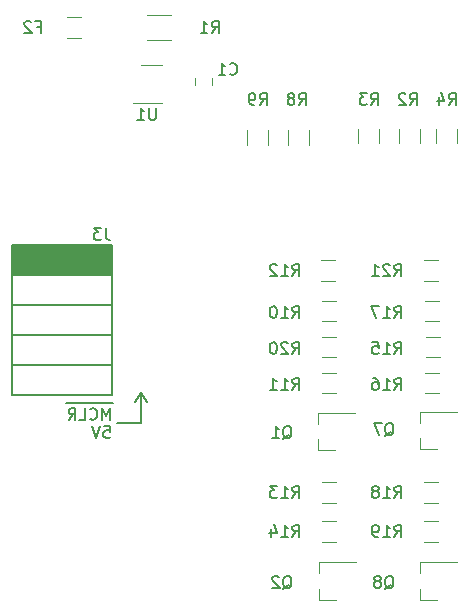
<source format=gbo>
G04 #@! TF.GenerationSoftware,KiCad,Pcbnew,(5.0.0-3-g5ebb6b6)*
G04 #@! TF.CreationDate,2019-01-13T18:40:12-08:00*
G04 #@! TF.ProjectId,vent,76656E742E6B696361645F7063620000,rev?*
G04 #@! TF.SameCoordinates,Original*
G04 #@! TF.FileFunction,Legend,Bot*
G04 #@! TF.FilePolarity,Positive*
%FSLAX46Y46*%
G04 Gerber Fmt 4.6, Leading zero omitted, Abs format (unit mm)*
G04 Created by KiCad (PCBNEW (5.0.0-3-g5ebb6b6)) date Sunday, January 13, 2019 at 06:40:12 PM*
%MOMM*%
%LPD*%
G01*
G04 APERTURE LIST*
%ADD10C,0.200000*%
%ADD11C,0.120000*%
%ADD12C,0.150000*%
G04 APERTURE END LIST*
D10*
X139446000Y-99314000D02*
X138938000Y-100076000D01*
X139954000Y-100076000D02*
X139446000Y-99314000D01*
X137414000Y-101854000D02*
X137668000Y-101854000D01*
X139446000Y-101854000D02*
X137414000Y-101854000D01*
X139446000Y-99314000D02*
X139446000Y-101854000D01*
X136334476Y-102068380D02*
X136810666Y-102068380D01*
X136858285Y-102544571D01*
X136810666Y-102496952D01*
X136715428Y-102449333D01*
X136477333Y-102449333D01*
X136382095Y-102496952D01*
X136334476Y-102544571D01*
X136286857Y-102639809D01*
X136286857Y-102877904D01*
X136334476Y-102973142D01*
X136382095Y-103020761D01*
X136477333Y-103068380D01*
X136715428Y-103068380D01*
X136810666Y-103020761D01*
X136858285Y-102973142D01*
X136001142Y-102068380D02*
X135667809Y-103068380D01*
X135334476Y-102068380D01*
X137104190Y-100112000D02*
X135961333Y-100112000D01*
X136866095Y-101544380D02*
X136866095Y-100544380D01*
X136532761Y-101258666D01*
X136199428Y-100544380D01*
X136199428Y-101544380D01*
X135961333Y-100112000D02*
X134961333Y-100112000D01*
X135151809Y-101449142D02*
X135199428Y-101496761D01*
X135342285Y-101544380D01*
X135437523Y-101544380D01*
X135580380Y-101496761D01*
X135675619Y-101401523D01*
X135723238Y-101306285D01*
X135770857Y-101115809D01*
X135770857Y-100972952D01*
X135723238Y-100782476D01*
X135675619Y-100687238D01*
X135580380Y-100592000D01*
X135437523Y-100544380D01*
X135342285Y-100544380D01*
X135199428Y-100592000D01*
X135151809Y-100639619D01*
X134961333Y-100112000D02*
X134151809Y-100112000D01*
X134247047Y-101544380D02*
X134723238Y-101544380D01*
X134723238Y-100544380D01*
X134151809Y-100112000D02*
X133151809Y-100112000D01*
X133342285Y-101544380D02*
X133675619Y-101068190D01*
X133913714Y-101544380D02*
X133913714Y-100544380D01*
X133532761Y-100544380D01*
X133437523Y-100592000D01*
X133389904Y-100639619D01*
X133342285Y-100734857D01*
X133342285Y-100877714D01*
X133389904Y-100972952D01*
X133437523Y-101020571D01*
X133532761Y-101068190D01*
X133913714Y-101068190D01*
D11*
G04 #@! TO.C,R14*
X154801000Y-111878000D02*
X156001000Y-111878000D01*
X156001000Y-110118000D02*
X154801000Y-110118000D01*
G04 #@! TO.C,R8*
X151901000Y-77044000D02*
X151901000Y-78244000D01*
X153661000Y-78244000D02*
X153661000Y-77044000D01*
D12*
G04 #@! TO.C,J3*
X137046000Y-86741000D02*
X137046000Y-99441000D01*
X128546000Y-86741000D02*
X128546000Y-99441000D01*
X137046000Y-86741000D02*
X128546000Y-86741000D01*
X137046000Y-99441000D02*
X128546000Y-99441000D01*
X137046000Y-96901000D02*
X128546000Y-96901000D01*
X137046000Y-91821000D02*
X128546000Y-91821000D01*
X137046000Y-94361000D02*
X128546000Y-94361000D01*
X137046000Y-89281000D02*
X128546000Y-89281000D01*
G36*
X128600200Y-86791800D02*
X128600200Y-89230200D01*
X136982200Y-89230200D01*
X136982200Y-86791800D01*
X128600200Y-86791800D01*
G37*
X128600200Y-86791800D02*
X128600200Y-89230200D01*
X136982200Y-89230200D01*
X136982200Y-86791800D01*
X128600200Y-86791800D01*
D11*
G04 #@! TO.C,C1*
X144070000Y-72645748D02*
X144070000Y-73168252D01*
X145490000Y-72645748D02*
X145490000Y-73168252D01*
G04 #@! TO.C,F2*
X134423564Y-67416000D02*
X133219436Y-67416000D01*
X134423564Y-69236000D02*
X133219436Y-69236000D01*
G04 #@! TO.C,U1*
X139435000Y-71542000D02*
X141235000Y-71542000D01*
X141235000Y-74762000D02*
X138785000Y-74762000D01*
G04 #@! TO.C,Q1*
X154458000Y-104130000D02*
X155918000Y-104130000D01*
X154458000Y-100970000D02*
X157618000Y-100970000D01*
X154458000Y-100970000D02*
X154458000Y-101900000D01*
X154458000Y-104130000D02*
X154458000Y-103200000D01*
G04 #@! TO.C,Q2*
X154537000Y-116769000D02*
X154537000Y-115839000D01*
X154537000Y-113609000D02*
X154537000Y-114539000D01*
X154537000Y-113609000D02*
X157697000Y-113609000D01*
X154537000Y-116769000D02*
X155997000Y-116769000D01*
G04 #@! TO.C,Q7*
X163094000Y-104003000D02*
X163094000Y-103073000D01*
X163094000Y-100843000D02*
X163094000Y-101773000D01*
X163094000Y-100843000D02*
X166254000Y-100843000D01*
X163094000Y-104003000D02*
X164554000Y-104003000D01*
G04 #@! TO.C,Q8*
X163070000Y-116769000D02*
X164530000Y-116769000D01*
X163070000Y-113609000D02*
X166230000Y-113609000D01*
X163070000Y-113609000D02*
X163070000Y-114539000D01*
X163070000Y-116769000D02*
X163070000Y-115839000D01*
G04 #@! TO.C,R21*
X164637000Y-88020000D02*
X163437000Y-88020000D01*
X163437000Y-89780000D02*
X164637000Y-89780000D01*
G04 #@! TO.C,R3*
X157870000Y-76917000D02*
X157870000Y-78117000D01*
X159630000Y-78117000D02*
X159630000Y-76917000D01*
G04 #@! TO.C,R4*
X164474000Y-76917000D02*
X164474000Y-78117000D01*
X166234000Y-78117000D02*
X166234000Y-76917000D01*
G04 #@! TO.C,R9*
X148472000Y-77044000D02*
X148472000Y-78244000D01*
X150232000Y-78244000D02*
X150232000Y-77044000D01*
G04 #@! TO.C,R10*
X155968000Y-91449000D02*
X154768000Y-91449000D01*
X154768000Y-93209000D02*
X155968000Y-93209000D01*
G04 #@! TO.C,R11*
X156001000Y-97545000D02*
X154801000Y-97545000D01*
X154801000Y-99305000D02*
X156001000Y-99305000D01*
G04 #@! TO.C,R12*
X155874000Y-88020000D02*
X154674000Y-88020000D01*
X154674000Y-89780000D02*
X155874000Y-89780000D01*
G04 #@! TO.C,R13*
X156001000Y-106816000D02*
X154801000Y-106816000D01*
X154801000Y-108576000D02*
X156001000Y-108576000D01*
G04 #@! TO.C,R15*
X163564000Y-96257000D02*
X164764000Y-96257000D01*
X164764000Y-94497000D02*
X163564000Y-94497000D01*
G04 #@! TO.C,R16*
X163531000Y-99305000D02*
X164731000Y-99305000D01*
X164731000Y-97545000D02*
X163531000Y-97545000D01*
G04 #@! TO.C,R17*
X164731000Y-91449000D02*
X163531000Y-91449000D01*
X163531000Y-93209000D02*
X164731000Y-93209000D01*
G04 #@! TO.C,R18*
X163404000Y-108576000D02*
X164604000Y-108576000D01*
X164604000Y-106816000D02*
X163404000Y-106816000D01*
G04 #@! TO.C,R19*
X164604000Y-110118000D02*
X163404000Y-110118000D01*
X163404000Y-111878000D02*
X164604000Y-111878000D01*
G04 #@! TO.C,R2*
X161299000Y-76950000D02*
X161299000Y-78150000D01*
X163059000Y-78150000D02*
X163059000Y-76950000D01*
G04 #@! TO.C,R20*
X154768000Y-96257000D02*
X155968000Y-96257000D01*
X155968000Y-94497000D02*
X154768000Y-94497000D01*
G04 #@! TO.C,R1*
X142002000Y-67256000D02*
X140002000Y-67256000D01*
X140002000Y-69396000D02*
X142002000Y-69396000D01*
G04 #@! TO.C,R14*
D12*
X152280857Y-111450380D02*
X152614190Y-110974190D01*
X152852285Y-111450380D02*
X152852285Y-110450380D01*
X152471333Y-110450380D01*
X152376095Y-110498000D01*
X152328476Y-110545619D01*
X152280857Y-110640857D01*
X152280857Y-110783714D01*
X152328476Y-110878952D01*
X152376095Y-110926571D01*
X152471333Y-110974190D01*
X152852285Y-110974190D01*
X151328476Y-111450380D02*
X151899904Y-111450380D01*
X151614190Y-111450380D02*
X151614190Y-110450380D01*
X151709428Y-110593238D01*
X151804666Y-110688476D01*
X151899904Y-110736095D01*
X150471333Y-110783714D02*
X150471333Y-111450380D01*
X150709428Y-110402761D02*
X150947523Y-111117047D01*
X150328476Y-111117047D01*
G04 #@! TO.C,R8*
X152820666Y-74874380D02*
X153154000Y-74398190D01*
X153392095Y-74874380D02*
X153392095Y-73874380D01*
X153011142Y-73874380D01*
X152915904Y-73922000D01*
X152868285Y-73969619D01*
X152820666Y-74064857D01*
X152820666Y-74207714D01*
X152868285Y-74302952D01*
X152915904Y-74350571D01*
X153011142Y-74398190D01*
X153392095Y-74398190D01*
X152249238Y-74302952D02*
X152344476Y-74255333D01*
X152392095Y-74207714D01*
X152439714Y-74112476D01*
X152439714Y-74064857D01*
X152392095Y-73969619D01*
X152344476Y-73922000D01*
X152249238Y-73874380D01*
X152058761Y-73874380D01*
X151963523Y-73922000D01*
X151915904Y-73969619D01*
X151868285Y-74064857D01*
X151868285Y-74112476D01*
X151915904Y-74207714D01*
X151963523Y-74255333D01*
X152058761Y-74302952D01*
X152249238Y-74302952D01*
X152344476Y-74350571D01*
X152392095Y-74398190D01*
X152439714Y-74493428D01*
X152439714Y-74683904D01*
X152392095Y-74779142D01*
X152344476Y-74826761D01*
X152249238Y-74874380D01*
X152058761Y-74874380D01*
X151963523Y-74826761D01*
X151915904Y-74779142D01*
X151868285Y-74683904D01*
X151868285Y-74493428D01*
X151915904Y-74398190D01*
X151963523Y-74350571D01*
X152058761Y-74302952D01*
G04 #@! TO.C,J3*
X136477333Y-85304380D02*
X136477333Y-86018666D01*
X136524952Y-86161523D01*
X136620190Y-86256761D01*
X136763047Y-86304380D01*
X136858285Y-86304380D01*
X136096380Y-85304380D02*
X135477333Y-85304380D01*
X135810666Y-85685333D01*
X135667809Y-85685333D01*
X135572571Y-85732952D01*
X135524952Y-85780571D01*
X135477333Y-85875809D01*
X135477333Y-86113904D01*
X135524952Y-86209142D01*
X135572571Y-86256761D01*
X135667809Y-86304380D01*
X135953523Y-86304380D01*
X136048761Y-86256761D01*
X136096380Y-86209142D01*
G04 #@! TO.C,C1*
X146978666Y-72239142D02*
X147026285Y-72286761D01*
X147169142Y-72334380D01*
X147264380Y-72334380D01*
X147407238Y-72286761D01*
X147502476Y-72191523D01*
X147550095Y-72096285D01*
X147597714Y-71905809D01*
X147597714Y-71762952D01*
X147550095Y-71572476D01*
X147502476Y-71477238D01*
X147407238Y-71382000D01*
X147264380Y-71334380D01*
X147169142Y-71334380D01*
X147026285Y-71382000D01*
X146978666Y-71429619D01*
X146026285Y-72334380D02*
X146597714Y-72334380D01*
X146312000Y-72334380D02*
X146312000Y-71334380D01*
X146407238Y-71477238D01*
X146502476Y-71572476D01*
X146597714Y-71620095D01*
G04 #@! TO.C,F2*
X130635333Y-68254571D02*
X130968666Y-68254571D01*
X130968666Y-68778380D02*
X130968666Y-67778380D01*
X130492476Y-67778380D01*
X130159142Y-67873619D02*
X130111523Y-67826000D01*
X130016285Y-67778380D01*
X129778190Y-67778380D01*
X129682952Y-67826000D01*
X129635333Y-67873619D01*
X129587714Y-67968857D01*
X129587714Y-68064095D01*
X129635333Y-68206952D01*
X130206761Y-68778380D01*
X129587714Y-68778380D01*
G04 #@! TO.C,U1*
X140715904Y-75144380D02*
X140715904Y-75953904D01*
X140668285Y-76049142D01*
X140620666Y-76096761D01*
X140525428Y-76144380D01*
X140334952Y-76144380D01*
X140239714Y-76096761D01*
X140192095Y-76049142D01*
X140144476Y-75953904D01*
X140144476Y-75144380D01*
X139144476Y-76144380D02*
X139715904Y-76144380D01*
X139430190Y-76144380D02*
X139430190Y-75144380D01*
X139525428Y-75287238D01*
X139620666Y-75382476D01*
X139715904Y-75430095D01*
G04 #@! TO.C,Q1*
X151479238Y-103163619D02*
X151574476Y-103116000D01*
X151669714Y-103020761D01*
X151812571Y-102877904D01*
X151907809Y-102830285D01*
X152003047Y-102830285D01*
X151955428Y-103068380D02*
X152050666Y-103020761D01*
X152145904Y-102925523D01*
X152193523Y-102735047D01*
X152193523Y-102401714D01*
X152145904Y-102211238D01*
X152050666Y-102116000D01*
X151955428Y-102068380D01*
X151764952Y-102068380D01*
X151669714Y-102116000D01*
X151574476Y-102211238D01*
X151526857Y-102401714D01*
X151526857Y-102735047D01*
X151574476Y-102925523D01*
X151669714Y-103020761D01*
X151764952Y-103068380D01*
X151955428Y-103068380D01*
X150574476Y-103068380D02*
X151145904Y-103068380D01*
X150860190Y-103068380D02*
X150860190Y-102068380D01*
X150955428Y-102211238D01*
X151050666Y-102306476D01*
X151145904Y-102354095D01*
G04 #@! TO.C,Q2*
X151479238Y-115863619D02*
X151574476Y-115816000D01*
X151669714Y-115720761D01*
X151812571Y-115577904D01*
X151907809Y-115530285D01*
X152003047Y-115530285D01*
X151955428Y-115768380D02*
X152050666Y-115720761D01*
X152145904Y-115625523D01*
X152193523Y-115435047D01*
X152193523Y-115101714D01*
X152145904Y-114911238D01*
X152050666Y-114816000D01*
X151955428Y-114768380D01*
X151764952Y-114768380D01*
X151669714Y-114816000D01*
X151574476Y-114911238D01*
X151526857Y-115101714D01*
X151526857Y-115435047D01*
X151574476Y-115625523D01*
X151669714Y-115720761D01*
X151764952Y-115768380D01*
X151955428Y-115768380D01*
X151145904Y-114863619D02*
X151098285Y-114816000D01*
X151003047Y-114768380D01*
X150764952Y-114768380D01*
X150669714Y-114816000D01*
X150622095Y-114863619D01*
X150574476Y-114958857D01*
X150574476Y-115054095D01*
X150622095Y-115196952D01*
X151193523Y-115768380D01*
X150574476Y-115768380D01*
G04 #@! TO.C,Q7*
X160115238Y-102909619D02*
X160210476Y-102862000D01*
X160305714Y-102766761D01*
X160448571Y-102623904D01*
X160543809Y-102576285D01*
X160639047Y-102576285D01*
X160591428Y-102814380D02*
X160686666Y-102766761D01*
X160781904Y-102671523D01*
X160829523Y-102481047D01*
X160829523Y-102147714D01*
X160781904Y-101957238D01*
X160686666Y-101862000D01*
X160591428Y-101814380D01*
X160400952Y-101814380D01*
X160305714Y-101862000D01*
X160210476Y-101957238D01*
X160162857Y-102147714D01*
X160162857Y-102481047D01*
X160210476Y-102671523D01*
X160305714Y-102766761D01*
X160400952Y-102814380D01*
X160591428Y-102814380D01*
X159829523Y-101814380D02*
X159162857Y-101814380D01*
X159591428Y-102814380D01*
G04 #@! TO.C,Q8*
X160115238Y-115863619D02*
X160210476Y-115816000D01*
X160305714Y-115720761D01*
X160448571Y-115577904D01*
X160543809Y-115530285D01*
X160639047Y-115530285D01*
X160591428Y-115768380D02*
X160686666Y-115720761D01*
X160781904Y-115625523D01*
X160829523Y-115435047D01*
X160829523Y-115101714D01*
X160781904Y-114911238D01*
X160686666Y-114816000D01*
X160591428Y-114768380D01*
X160400952Y-114768380D01*
X160305714Y-114816000D01*
X160210476Y-114911238D01*
X160162857Y-115101714D01*
X160162857Y-115435047D01*
X160210476Y-115625523D01*
X160305714Y-115720761D01*
X160400952Y-115768380D01*
X160591428Y-115768380D01*
X159591428Y-115196952D02*
X159686666Y-115149333D01*
X159734285Y-115101714D01*
X159781904Y-115006476D01*
X159781904Y-114958857D01*
X159734285Y-114863619D01*
X159686666Y-114816000D01*
X159591428Y-114768380D01*
X159400952Y-114768380D01*
X159305714Y-114816000D01*
X159258095Y-114863619D01*
X159210476Y-114958857D01*
X159210476Y-115006476D01*
X159258095Y-115101714D01*
X159305714Y-115149333D01*
X159400952Y-115196952D01*
X159591428Y-115196952D01*
X159686666Y-115244571D01*
X159734285Y-115292190D01*
X159781904Y-115387428D01*
X159781904Y-115577904D01*
X159734285Y-115673142D01*
X159686666Y-115720761D01*
X159591428Y-115768380D01*
X159400952Y-115768380D01*
X159305714Y-115720761D01*
X159258095Y-115673142D01*
X159210476Y-115577904D01*
X159210476Y-115387428D01*
X159258095Y-115292190D01*
X159305714Y-115244571D01*
X159400952Y-115196952D01*
G04 #@! TO.C,R21*
X160916857Y-89352380D02*
X161250190Y-88876190D01*
X161488285Y-89352380D02*
X161488285Y-88352380D01*
X161107333Y-88352380D01*
X161012095Y-88400000D01*
X160964476Y-88447619D01*
X160916857Y-88542857D01*
X160916857Y-88685714D01*
X160964476Y-88780952D01*
X161012095Y-88828571D01*
X161107333Y-88876190D01*
X161488285Y-88876190D01*
X160535904Y-88447619D02*
X160488285Y-88400000D01*
X160393047Y-88352380D01*
X160154952Y-88352380D01*
X160059714Y-88400000D01*
X160012095Y-88447619D01*
X159964476Y-88542857D01*
X159964476Y-88638095D01*
X160012095Y-88780952D01*
X160583523Y-89352380D01*
X159964476Y-89352380D01*
X159012095Y-89352380D02*
X159583523Y-89352380D01*
X159297809Y-89352380D02*
X159297809Y-88352380D01*
X159393047Y-88495238D01*
X159488285Y-88590476D01*
X159583523Y-88638095D01*
G04 #@! TO.C,R3*
X158916666Y-74874380D02*
X159250000Y-74398190D01*
X159488095Y-74874380D02*
X159488095Y-73874380D01*
X159107142Y-73874380D01*
X159011904Y-73922000D01*
X158964285Y-73969619D01*
X158916666Y-74064857D01*
X158916666Y-74207714D01*
X158964285Y-74302952D01*
X159011904Y-74350571D01*
X159107142Y-74398190D01*
X159488095Y-74398190D01*
X158583333Y-73874380D02*
X157964285Y-73874380D01*
X158297619Y-74255333D01*
X158154761Y-74255333D01*
X158059523Y-74302952D01*
X158011904Y-74350571D01*
X157964285Y-74445809D01*
X157964285Y-74683904D01*
X158011904Y-74779142D01*
X158059523Y-74826761D01*
X158154761Y-74874380D01*
X158440476Y-74874380D01*
X158535714Y-74826761D01*
X158583333Y-74779142D01*
G04 #@! TO.C,R4*
X165520666Y-74874380D02*
X165854000Y-74398190D01*
X166092095Y-74874380D02*
X166092095Y-73874380D01*
X165711142Y-73874380D01*
X165615904Y-73922000D01*
X165568285Y-73969619D01*
X165520666Y-74064857D01*
X165520666Y-74207714D01*
X165568285Y-74302952D01*
X165615904Y-74350571D01*
X165711142Y-74398190D01*
X166092095Y-74398190D01*
X164663523Y-74207714D02*
X164663523Y-74874380D01*
X164901619Y-73826761D02*
X165139714Y-74541047D01*
X164520666Y-74541047D01*
G04 #@! TO.C,R9*
X149518666Y-74874380D02*
X149852000Y-74398190D01*
X150090095Y-74874380D02*
X150090095Y-73874380D01*
X149709142Y-73874380D01*
X149613904Y-73922000D01*
X149566285Y-73969619D01*
X149518666Y-74064857D01*
X149518666Y-74207714D01*
X149566285Y-74302952D01*
X149613904Y-74350571D01*
X149709142Y-74398190D01*
X150090095Y-74398190D01*
X149042476Y-74874380D02*
X148852000Y-74874380D01*
X148756761Y-74826761D01*
X148709142Y-74779142D01*
X148613904Y-74636285D01*
X148566285Y-74445809D01*
X148566285Y-74064857D01*
X148613904Y-73969619D01*
X148661523Y-73922000D01*
X148756761Y-73874380D01*
X148947238Y-73874380D01*
X149042476Y-73922000D01*
X149090095Y-73969619D01*
X149137714Y-74064857D01*
X149137714Y-74302952D01*
X149090095Y-74398190D01*
X149042476Y-74445809D01*
X148947238Y-74493428D01*
X148756761Y-74493428D01*
X148661523Y-74445809D01*
X148613904Y-74398190D01*
X148566285Y-74302952D01*
G04 #@! TO.C,R10*
X152280857Y-92908380D02*
X152614190Y-92432190D01*
X152852285Y-92908380D02*
X152852285Y-91908380D01*
X152471333Y-91908380D01*
X152376095Y-91956000D01*
X152328476Y-92003619D01*
X152280857Y-92098857D01*
X152280857Y-92241714D01*
X152328476Y-92336952D01*
X152376095Y-92384571D01*
X152471333Y-92432190D01*
X152852285Y-92432190D01*
X151328476Y-92908380D02*
X151899904Y-92908380D01*
X151614190Y-92908380D02*
X151614190Y-91908380D01*
X151709428Y-92051238D01*
X151804666Y-92146476D01*
X151899904Y-92194095D01*
X150709428Y-91908380D02*
X150614190Y-91908380D01*
X150518952Y-91956000D01*
X150471333Y-92003619D01*
X150423714Y-92098857D01*
X150376095Y-92289333D01*
X150376095Y-92527428D01*
X150423714Y-92717904D01*
X150471333Y-92813142D01*
X150518952Y-92860761D01*
X150614190Y-92908380D01*
X150709428Y-92908380D01*
X150804666Y-92860761D01*
X150852285Y-92813142D01*
X150899904Y-92717904D01*
X150947523Y-92527428D01*
X150947523Y-92289333D01*
X150899904Y-92098857D01*
X150852285Y-92003619D01*
X150804666Y-91956000D01*
X150709428Y-91908380D01*
G04 #@! TO.C,R11*
X152280857Y-99004380D02*
X152614190Y-98528190D01*
X152852285Y-99004380D02*
X152852285Y-98004380D01*
X152471333Y-98004380D01*
X152376095Y-98052000D01*
X152328476Y-98099619D01*
X152280857Y-98194857D01*
X152280857Y-98337714D01*
X152328476Y-98432952D01*
X152376095Y-98480571D01*
X152471333Y-98528190D01*
X152852285Y-98528190D01*
X151328476Y-99004380D02*
X151899904Y-99004380D01*
X151614190Y-99004380D02*
X151614190Y-98004380D01*
X151709428Y-98147238D01*
X151804666Y-98242476D01*
X151899904Y-98290095D01*
X150376095Y-99004380D02*
X150947523Y-99004380D01*
X150661809Y-99004380D02*
X150661809Y-98004380D01*
X150757047Y-98147238D01*
X150852285Y-98242476D01*
X150947523Y-98290095D01*
G04 #@! TO.C,R12*
X152280857Y-89352380D02*
X152614190Y-88876190D01*
X152852285Y-89352380D02*
X152852285Y-88352380D01*
X152471333Y-88352380D01*
X152376095Y-88400000D01*
X152328476Y-88447619D01*
X152280857Y-88542857D01*
X152280857Y-88685714D01*
X152328476Y-88780952D01*
X152376095Y-88828571D01*
X152471333Y-88876190D01*
X152852285Y-88876190D01*
X151328476Y-89352380D02*
X151899904Y-89352380D01*
X151614190Y-89352380D02*
X151614190Y-88352380D01*
X151709428Y-88495238D01*
X151804666Y-88590476D01*
X151899904Y-88638095D01*
X150947523Y-88447619D02*
X150899904Y-88400000D01*
X150804666Y-88352380D01*
X150566571Y-88352380D01*
X150471333Y-88400000D01*
X150423714Y-88447619D01*
X150376095Y-88542857D01*
X150376095Y-88638095D01*
X150423714Y-88780952D01*
X150995142Y-89352380D01*
X150376095Y-89352380D01*
G04 #@! TO.C,R13*
X152280857Y-108148380D02*
X152614190Y-107672190D01*
X152852285Y-108148380D02*
X152852285Y-107148380D01*
X152471333Y-107148380D01*
X152376095Y-107196000D01*
X152328476Y-107243619D01*
X152280857Y-107338857D01*
X152280857Y-107481714D01*
X152328476Y-107576952D01*
X152376095Y-107624571D01*
X152471333Y-107672190D01*
X152852285Y-107672190D01*
X151328476Y-108148380D02*
X151899904Y-108148380D01*
X151614190Y-108148380D02*
X151614190Y-107148380D01*
X151709428Y-107291238D01*
X151804666Y-107386476D01*
X151899904Y-107434095D01*
X150995142Y-107148380D02*
X150376095Y-107148380D01*
X150709428Y-107529333D01*
X150566571Y-107529333D01*
X150471333Y-107576952D01*
X150423714Y-107624571D01*
X150376095Y-107719809D01*
X150376095Y-107957904D01*
X150423714Y-108053142D01*
X150471333Y-108100761D01*
X150566571Y-108148380D01*
X150852285Y-108148380D01*
X150947523Y-108100761D01*
X150995142Y-108053142D01*
G04 #@! TO.C,R15*
X160916857Y-95956380D02*
X161250190Y-95480190D01*
X161488285Y-95956380D02*
X161488285Y-94956380D01*
X161107333Y-94956380D01*
X161012095Y-95004000D01*
X160964476Y-95051619D01*
X160916857Y-95146857D01*
X160916857Y-95289714D01*
X160964476Y-95384952D01*
X161012095Y-95432571D01*
X161107333Y-95480190D01*
X161488285Y-95480190D01*
X159964476Y-95956380D02*
X160535904Y-95956380D01*
X160250190Y-95956380D02*
X160250190Y-94956380D01*
X160345428Y-95099238D01*
X160440666Y-95194476D01*
X160535904Y-95242095D01*
X159059714Y-94956380D02*
X159535904Y-94956380D01*
X159583523Y-95432571D01*
X159535904Y-95384952D01*
X159440666Y-95337333D01*
X159202571Y-95337333D01*
X159107333Y-95384952D01*
X159059714Y-95432571D01*
X159012095Y-95527809D01*
X159012095Y-95765904D01*
X159059714Y-95861142D01*
X159107333Y-95908761D01*
X159202571Y-95956380D01*
X159440666Y-95956380D01*
X159535904Y-95908761D01*
X159583523Y-95861142D01*
G04 #@! TO.C,R16*
X160916857Y-99004380D02*
X161250190Y-98528190D01*
X161488285Y-99004380D02*
X161488285Y-98004380D01*
X161107333Y-98004380D01*
X161012095Y-98052000D01*
X160964476Y-98099619D01*
X160916857Y-98194857D01*
X160916857Y-98337714D01*
X160964476Y-98432952D01*
X161012095Y-98480571D01*
X161107333Y-98528190D01*
X161488285Y-98528190D01*
X159964476Y-99004380D02*
X160535904Y-99004380D01*
X160250190Y-99004380D02*
X160250190Y-98004380D01*
X160345428Y-98147238D01*
X160440666Y-98242476D01*
X160535904Y-98290095D01*
X159107333Y-98004380D02*
X159297809Y-98004380D01*
X159393047Y-98052000D01*
X159440666Y-98099619D01*
X159535904Y-98242476D01*
X159583523Y-98432952D01*
X159583523Y-98813904D01*
X159535904Y-98909142D01*
X159488285Y-98956761D01*
X159393047Y-99004380D01*
X159202571Y-99004380D01*
X159107333Y-98956761D01*
X159059714Y-98909142D01*
X159012095Y-98813904D01*
X159012095Y-98575809D01*
X159059714Y-98480571D01*
X159107333Y-98432952D01*
X159202571Y-98385333D01*
X159393047Y-98385333D01*
X159488285Y-98432952D01*
X159535904Y-98480571D01*
X159583523Y-98575809D01*
G04 #@! TO.C,R17*
X160916857Y-92908380D02*
X161250190Y-92432190D01*
X161488285Y-92908380D02*
X161488285Y-91908380D01*
X161107333Y-91908380D01*
X161012095Y-91956000D01*
X160964476Y-92003619D01*
X160916857Y-92098857D01*
X160916857Y-92241714D01*
X160964476Y-92336952D01*
X161012095Y-92384571D01*
X161107333Y-92432190D01*
X161488285Y-92432190D01*
X159964476Y-92908380D02*
X160535904Y-92908380D01*
X160250190Y-92908380D02*
X160250190Y-91908380D01*
X160345428Y-92051238D01*
X160440666Y-92146476D01*
X160535904Y-92194095D01*
X159631142Y-91908380D02*
X158964476Y-91908380D01*
X159393047Y-92908380D01*
G04 #@! TO.C,R18*
X160916857Y-108148380D02*
X161250190Y-107672190D01*
X161488285Y-108148380D02*
X161488285Y-107148380D01*
X161107333Y-107148380D01*
X161012095Y-107196000D01*
X160964476Y-107243619D01*
X160916857Y-107338857D01*
X160916857Y-107481714D01*
X160964476Y-107576952D01*
X161012095Y-107624571D01*
X161107333Y-107672190D01*
X161488285Y-107672190D01*
X159964476Y-108148380D02*
X160535904Y-108148380D01*
X160250190Y-108148380D02*
X160250190Y-107148380D01*
X160345428Y-107291238D01*
X160440666Y-107386476D01*
X160535904Y-107434095D01*
X159393047Y-107576952D02*
X159488285Y-107529333D01*
X159535904Y-107481714D01*
X159583523Y-107386476D01*
X159583523Y-107338857D01*
X159535904Y-107243619D01*
X159488285Y-107196000D01*
X159393047Y-107148380D01*
X159202571Y-107148380D01*
X159107333Y-107196000D01*
X159059714Y-107243619D01*
X159012095Y-107338857D01*
X159012095Y-107386476D01*
X159059714Y-107481714D01*
X159107333Y-107529333D01*
X159202571Y-107576952D01*
X159393047Y-107576952D01*
X159488285Y-107624571D01*
X159535904Y-107672190D01*
X159583523Y-107767428D01*
X159583523Y-107957904D01*
X159535904Y-108053142D01*
X159488285Y-108100761D01*
X159393047Y-108148380D01*
X159202571Y-108148380D01*
X159107333Y-108100761D01*
X159059714Y-108053142D01*
X159012095Y-107957904D01*
X159012095Y-107767428D01*
X159059714Y-107672190D01*
X159107333Y-107624571D01*
X159202571Y-107576952D01*
G04 #@! TO.C,R19*
X160916857Y-111450380D02*
X161250190Y-110974190D01*
X161488285Y-111450380D02*
X161488285Y-110450380D01*
X161107333Y-110450380D01*
X161012095Y-110498000D01*
X160964476Y-110545619D01*
X160916857Y-110640857D01*
X160916857Y-110783714D01*
X160964476Y-110878952D01*
X161012095Y-110926571D01*
X161107333Y-110974190D01*
X161488285Y-110974190D01*
X159964476Y-111450380D02*
X160535904Y-111450380D01*
X160250190Y-111450380D02*
X160250190Y-110450380D01*
X160345428Y-110593238D01*
X160440666Y-110688476D01*
X160535904Y-110736095D01*
X159488285Y-111450380D02*
X159297809Y-111450380D01*
X159202571Y-111402761D01*
X159154952Y-111355142D01*
X159059714Y-111212285D01*
X159012095Y-111021809D01*
X159012095Y-110640857D01*
X159059714Y-110545619D01*
X159107333Y-110498000D01*
X159202571Y-110450380D01*
X159393047Y-110450380D01*
X159488285Y-110498000D01*
X159535904Y-110545619D01*
X159583523Y-110640857D01*
X159583523Y-110878952D01*
X159535904Y-110974190D01*
X159488285Y-111021809D01*
X159393047Y-111069428D01*
X159202571Y-111069428D01*
X159107333Y-111021809D01*
X159059714Y-110974190D01*
X159012095Y-110878952D01*
G04 #@! TO.C,R2*
X162218666Y-74874380D02*
X162552000Y-74398190D01*
X162790095Y-74874380D02*
X162790095Y-73874380D01*
X162409142Y-73874380D01*
X162313904Y-73922000D01*
X162266285Y-73969619D01*
X162218666Y-74064857D01*
X162218666Y-74207714D01*
X162266285Y-74302952D01*
X162313904Y-74350571D01*
X162409142Y-74398190D01*
X162790095Y-74398190D01*
X161837714Y-73969619D02*
X161790095Y-73922000D01*
X161694857Y-73874380D01*
X161456761Y-73874380D01*
X161361523Y-73922000D01*
X161313904Y-73969619D01*
X161266285Y-74064857D01*
X161266285Y-74160095D01*
X161313904Y-74302952D01*
X161885333Y-74874380D01*
X161266285Y-74874380D01*
G04 #@! TO.C,R20*
X152280857Y-95956380D02*
X152614190Y-95480190D01*
X152852285Y-95956380D02*
X152852285Y-94956380D01*
X152471333Y-94956380D01*
X152376095Y-95004000D01*
X152328476Y-95051619D01*
X152280857Y-95146857D01*
X152280857Y-95289714D01*
X152328476Y-95384952D01*
X152376095Y-95432571D01*
X152471333Y-95480190D01*
X152852285Y-95480190D01*
X151899904Y-95051619D02*
X151852285Y-95004000D01*
X151757047Y-94956380D01*
X151518952Y-94956380D01*
X151423714Y-95004000D01*
X151376095Y-95051619D01*
X151328476Y-95146857D01*
X151328476Y-95242095D01*
X151376095Y-95384952D01*
X151947523Y-95956380D01*
X151328476Y-95956380D01*
X150709428Y-94956380D02*
X150614190Y-94956380D01*
X150518952Y-95004000D01*
X150471333Y-95051619D01*
X150423714Y-95146857D01*
X150376095Y-95337333D01*
X150376095Y-95575428D01*
X150423714Y-95765904D01*
X150471333Y-95861142D01*
X150518952Y-95908761D01*
X150614190Y-95956380D01*
X150709428Y-95956380D01*
X150804666Y-95908761D01*
X150852285Y-95861142D01*
X150899904Y-95765904D01*
X150947523Y-95575428D01*
X150947523Y-95337333D01*
X150899904Y-95146857D01*
X150852285Y-95051619D01*
X150804666Y-95004000D01*
X150709428Y-94956380D01*
G04 #@! TO.C,R1*
X145454666Y-68778380D02*
X145788000Y-68302190D01*
X146026095Y-68778380D02*
X146026095Y-67778380D01*
X145645142Y-67778380D01*
X145549904Y-67826000D01*
X145502285Y-67873619D01*
X145454666Y-67968857D01*
X145454666Y-68111714D01*
X145502285Y-68206952D01*
X145549904Y-68254571D01*
X145645142Y-68302190D01*
X146026095Y-68302190D01*
X144502285Y-68778380D02*
X145073714Y-68778380D01*
X144788000Y-68778380D02*
X144788000Y-67778380D01*
X144883238Y-67921238D01*
X144978476Y-68016476D01*
X145073714Y-68064095D01*
G04 #@! TD*
M02*

</source>
